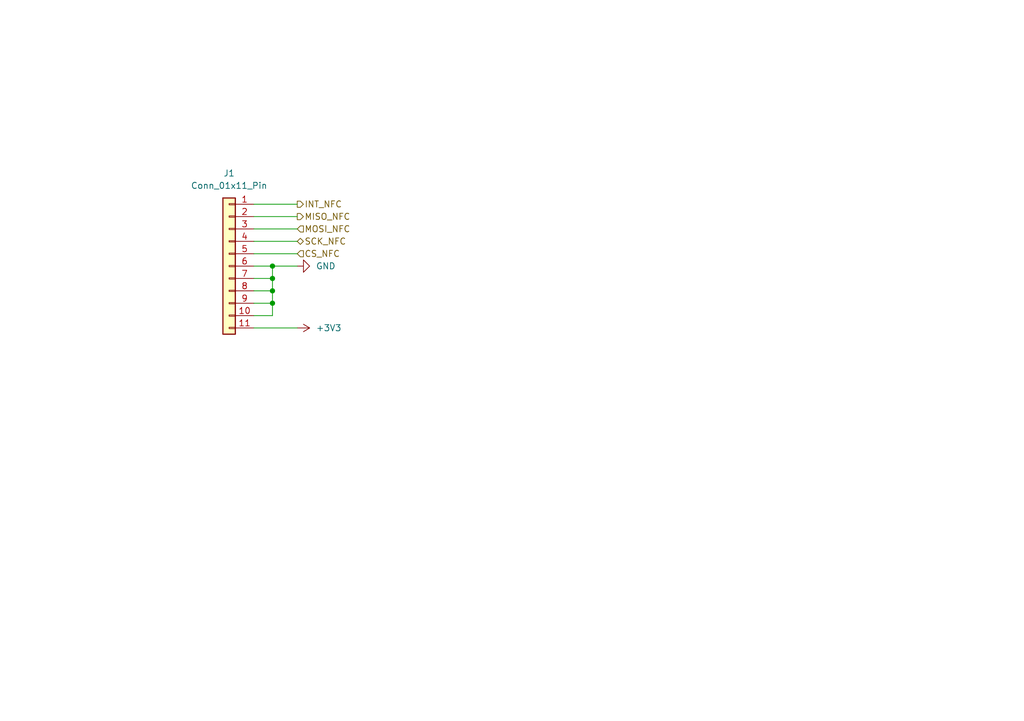
<source format=kicad_sch>
(kicad_sch
	(version 20231120)
	(generator "eeschema")
	(generator_version "8.0")
	(uuid "53873772-309f-4349-8e7b-c70e222bc44f")
	(paper "A5")
	(lib_symbols
		(symbol "Sang_GLOBAL:Conn_01x11_Pin"
			(pin_names
				(offset 1.016) hide)
			(exclude_from_sim no)
			(in_bom yes)
			(on_board yes)
			(property "Reference" "J"
				(at 0 15.24 0)
				(effects
					(font
						(size 1.27 1.27)
					)
				)
			)
			(property "Value" "Conn_01x11_Pin"
				(at 0 -15.24 0)
				(effects
					(font
						(size 1.27 1.27)
					)
				)
			)
			(property "Footprint" ""
				(at 0 0 0)
				(effects
					(font
						(size 1.27 1.27)
					)
					(hide yes)
				)
			)
			(property "Datasheet" "~"
				(at 0 0 0)
				(effects
					(font
						(size 1.27 1.27)
					)
					(hide yes)
				)
			)
			(property "Description" "Generic connector, single row, 01x11, script generated"
				(at 19.05 0 0)
				(effects
					(font
						(size 1.27 1.27)
					)
					(hide yes)
				)
			)
			(property "ki_locked" ""
				(at 0 0 0)
				(effects
					(font
						(size 1.27 1.27)
					)
				)
			)
			(property "ki_keywords" "connector"
				(at 0 0 0)
				(effects
					(font
						(size 1.27 1.27)
					)
					(hide yes)
				)
			)
			(property "ki_fp_filters" "Connector*:*_1x??_*"
				(at 0 0 0)
				(effects
					(font
						(size 1.27 1.27)
					)
					(hide yes)
				)
			)
			(symbol "Conn_01x11_Pin_1_1"
				(rectangle
					(start 3.81 -12.573)
					(end 5.08 -12.827)
					(stroke
						(width 0.1524)
						(type default)
					)
					(fill
						(type none)
					)
				)
				(rectangle
					(start 3.81 -10.033)
					(end 5.08 -10.287)
					(stroke
						(width 0.1524)
						(type default)
					)
					(fill
						(type none)
					)
				)
				(rectangle
					(start 3.81 -7.493)
					(end 5.08 -7.747)
					(stroke
						(width 0.1524)
						(type default)
					)
					(fill
						(type none)
					)
				)
				(rectangle
					(start 3.81 -4.953)
					(end 5.08 -5.207)
					(stroke
						(width 0.1524)
						(type default)
					)
					(fill
						(type none)
					)
				)
				(rectangle
					(start 3.81 -2.413)
					(end 5.08 -2.667)
					(stroke
						(width 0.1524)
						(type default)
					)
					(fill
						(type none)
					)
				)
				(rectangle
					(start 3.81 0.127)
					(end 5.08 -0.127)
					(stroke
						(width 0.1524)
						(type default)
					)
					(fill
						(type none)
					)
				)
				(rectangle
					(start 3.81 2.667)
					(end 5.08 2.413)
					(stroke
						(width 0.1524)
						(type default)
					)
					(fill
						(type none)
					)
				)
				(rectangle
					(start 3.81 5.207)
					(end 5.08 4.953)
					(stroke
						(width 0.1524)
						(type default)
					)
					(fill
						(type none)
					)
				)
				(rectangle
					(start 3.81 7.747)
					(end 5.08 7.493)
					(stroke
						(width 0.1524)
						(type default)
					)
					(fill
						(type none)
					)
				)
				(rectangle
					(start 3.81 10.287)
					(end 5.08 10.033)
					(stroke
						(width 0.1524)
						(type default)
					)
					(fill
						(type none)
					)
				)
				(rectangle
					(start 3.81 12.827)
					(end 5.08 12.573)
					(stroke
						(width 0.1524)
						(type default)
					)
					(fill
						(type none)
					)
				)
				(rectangle
					(start 3.81 13.97)
					(end 6.35 -13.97)
					(stroke
						(width 0.254)
						(type default)
					)
					(fill
						(type background)
					)
				)
				(pin passive line
					(at 0 12.7 0)
					(length 3.81)
					(name "Pin_1"
						(effects
							(font
								(size 1.27 1.27)
							)
						)
					)
					(number "1"
						(effects
							(font
								(size 1.27 1.27)
							)
						)
					)
				)
				(pin passive line
					(at 0 -10.16 0)
					(length 3.81)
					(name "Pin_10"
						(effects
							(font
								(size 1.27 1.27)
							)
						)
					)
					(number "10"
						(effects
							(font
								(size 1.27 1.27)
							)
						)
					)
				)
				(pin passive line
					(at 0 -12.7 0)
					(length 3.81)
					(name "Pin_11"
						(effects
							(font
								(size 1.27 1.27)
							)
						)
					)
					(number "11"
						(effects
							(font
								(size 1.27 1.27)
							)
						)
					)
				)
				(pin passive line
					(at 0 10.16 0)
					(length 3.81)
					(name "Pin_2"
						(effects
							(font
								(size 1.27 1.27)
							)
						)
					)
					(number "2"
						(effects
							(font
								(size 1.27 1.27)
							)
						)
					)
				)
				(pin passive line
					(at 0 7.62 0)
					(length 3.81)
					(name "Pin_3"
						(effects
							(font
								(size 1.27 1.27)
							)
						)
					)
					(number "3"
						(effects
							(font
								(size 1.27 1.27)
							)
						)
					)
				)
				(pin passive line
					(at 0 5.08 0)
					(length 3.81)
					(name "Pin_4"
						(effects
							(font
								(size 1.27 1.27)
							)
						)
					)
					(number "4"
						(effects
							(font
								(size 1.27 1.27)
							)
						)
					)
				)
				(pin passive line
					(at 0 2.54 0)
					(length 3.81)
					(name "Pin_5"
						(effects
							(font
								(size 1.27 1.27)
							)
						)
					)
					(number "5"
						(effects
							(font
								(size 1.27 1.27)
							)
						)
					)
				)
				(pin passive line
					(at 0 0 0)
					(length 3.81)
					(name "Pin_6"
						(effects
							(font
								(size 1.27 1.27)
							)
						)
					)
					(number "6"
						(effects
							(font
								(size 1.27 1.27)
							)
						)
					)
				)
				(pin passive line
					(at 0 -2.54 0)
					(length 3.81)
					(name "Pin_7"
						(effects
							(font
								(size 1.27 1.27)
							)
						)
					)
					(number "7"
						(effects
							(font
								(size 1.27 1.27)
							)
						)
					)
				)
				(pin passive line
					(at 0 -5.08 0)
					(length 3.81)
					(name "Pin_8"
						(effects
							(font
								(size 1.27 1.27)
							)
						)
					)
					(number "8"
						(effects
							(font
								(size 1.27 1.27)
							)
						)
					)
				)
				(pin passive line
					(at 0 -7.62 0)
					(length 3.81)
					(name "Pin_9"
						(effects
							(font
								(size 1.27 1.27)
							)
						)
					)
					(number "9"
						(effects
							(font
								(size 1.27 1.27)
							)
						)
					)
				)
			)
		)
		(symbol "power:+3V3"
			(power)
			(pin_names
				(offset 0)
			)
			(exclude_from_sim no)
			(in_bom yes)
			(on_board yes)
			(property "Reference" "#PWR"
				(at 0 -3.81 0)
				(effects
					(font
						(size 1.27 1.27)
					)
					(hide yes)
				)
			)
			(property "Value" "+3V3"
				(at 0 3.556 0)
				(effects
					(font
						(size 1.27 1.27)
					)
				)
			)
			(property "Footprint" ""
				(at 0 0 0)
				(effects
					(font
						(size 1.27 1.27)
					)
					(hide yes)
				)
			)
			(property "Datasheet" ""
				(at 0 0 0)
				(effects
					(font
						(size 1.27 1.27)
					)
					(hide yes)
				)
			)
			(property "Description" "Power symbol creates a global label with name \"+3V3\""
				(at 0 0 0)
				(effects
					(font
						(size 1.27 1.27)
					)
					(hide yes)
				)
			)
			(property "ki_keywords" "global power"
				(at 0 0 0)
				(effects
					(font
						(size 1.27 1.27)
					)
					(hide yes)
				)
			)
			(symbol "+3V3_0_1"
				(polyline
					(pts
						(xy -0.762 1.27) (xy 0 2.54)
					)
					(stroke
						(width 0)
						(type default)
					)
					(fill
						(type none)
					)
				)
				(polyline
					(pts
						(xy 0 0) (xy 0 2.54)
					)
					(stroke
						(width 0)
						(type default)
					)
					(fill
						(type none)
					)
				)
				(polyline
					(pts
						(xy 0 2.54) (xy 0.762 1.27)
					)
					(stroke
						(width 0)
						(type default)
					)
					(fill
						(type none)
					)
				)
			)
			(symbol "+3V3_1_1"
				(pin power_in line
					(at 0 0 90)
					(length 0) hide
					(name "+3V3"
						(effects
							(font
								(size 1.27 1.27)
							)
						)
					)
					(number "1"
						(effects
							(font
								(size 1.27 1.27)
							)
						)
					)
				)
			)
		)
		(symbol "power:GND"
			(power)
			(pin_names
				(offset 0)
			)
			(exclude_from_sim no)
			(in_bom yes)
			(on_board yes)
			(property "Reference" "#PWR"
				(at 0 -6.35 0)
				(effects
					(font
						(size 1.27 1.27)
					)
					(hide yes)
				)
			)
			(property "Value" "GND"
				(at 0 -3.81 0)
				(effects
					(font
						(size 1.27 1.27)
					)
				)
			)
			(property "Footprint" ""
				(at 0 0 0)
				(effects
					(font
						(size 1.27 1.27)
					)
					(hide yes)
				)
			)
			(property "Datasheet" ""
				(at 0 0 0)
				(effects
					(font
						(size 1.27 1.27)
					)
					(hide yes)
				)
			)
			(property "Description" "Power symbol creates a global label with name \"GND\" , ground"
				(at 0 0 0)
				(effects
					(font
						(size 1.27 1.27)
					)
					(hide yes)
				)
			)
			(property "ki_keywords" "global power"
				(at 0 0 0)
				(effects
					(font
						(size 1.27 1.27)
					)
					(hide yes)
				)
			)
			(symbol "GND_0_1"
				(polyline
					(pts
						(xy 0 0) (xy 0 -1.27) (xy 1.27 -1.27) (xy 0 -2.54) (xy -1.27 -1.27) (xy 0 -1.27)
					)
					(stroke
						(width 0)
						(type default)
					)
					(fill
						(type none)
					)
				)
			)
			(symbol "GND_1_1"
				(pin power_in line
					(at 0 0 270)
					(length 0) hide
					(name "GND"
						(effects
							(font
								(size 1.27 1.27)
							)
						)
					)
					(number "1"
						(effects
							(font
								(size 1.27 1.27)
							)
						)
					)
				)
			)
		)
	)
	(junction
		(at 55.88 62.23)
		(diameter 0)
		(color 0 0 0 0)
		(uuid "1618d75b-8ae0-4fb2-b93f-b82fc6c1e90a")
	)
	(junction
		(at 55.88 57.15)
		(diameter 0)
		(color 0 0 0 0)
		(uuid "5a50725d-ecd0-4a6b-be20-5d5c0085650e")
	)
	(junction
		(at 55.88 54.61)
		(diameter 0)
		(color 0 0 0 0)
		(uuid "6418e905-2128-41fc-bd33-e72a9356aa3d")
	)
	(junction
		(at 55.88 59.69)
		(diameter 0)
		(color 0 0 0 0)
		(uuid "6ce0d702-99ab-43fd-8482-e1c37c8687de")
	)
	(wire
		(pts
			(xy 55.88 57.15) (xy 55.88 54.61)
		)
		(stroke
			(width 0)
			(type default)
		)
		(uuid "61dcbd81-2996-4624-8183-4e4080d3c530")
	)
	(wire
		(pts
			(xy 52.07 57.15) (xy 55.88 57.15)
		)
		(stroke
			(width 0)
			(type default)
		)
		(uuid "626549c0-2cf2-4430-b432-ff96fb3753b2")
	)
	(wire
		(pts
			(xy 52.07 64.77) (xy 55.88 64.77)
		)
		(stroke
			(width 0)
			(type default)
		)
		(uuid "69a33db8-18d1-42b4-b039-f41c8392c1bf")
	)
	(wire
		(pts
			(xy 55.88 54.61) (xy 60.96 54.61)
		)
		(stroke
			(width 0)
			(type default)
		)
		(uuid "7a154305-6842-4299-b79e-297358a5fbef")
	)
	(wire
		(pts
			(xy 60.96 41.91) (xy 52.07 41.91)
		)
		(stroke
			(width 0)
			(type default)
		)
		(uuid "7e6de39a-f6ab-45ff-bc84-69cf33e777cb")
	)
	(wire
		(pts
			(xy 55.88 62.23) (xy 55.88 59.69)
		)
		(stroke
			(width 0)
			(type default)
		)
		(uuid "80ff43fc-940a-411c-9c73-e2e885504732")
	)
	(wire
		(pts
			(xy 60.96 49.53) (xy 52.07 49.53)
		)
		(stroke
			(width 0)
			(type default)
		)
		(uuid "8a00c4f0-368c-4b6f-96c6-2808748afa08")
	)
	(wire
		(pts
			(xy 55.88 59.69) (xy 55.88 57.15)
		)
		(stroke
			(width 0)
			(type default)
		)
		(uuid "a7e54976-c048-4b82-bab1-4d86d7b9df74")
	)
	(wire
		(pts
			(xy 52.07 54.61) (xy 55.88 54.61)
		)
		(stroke
			(width 0)
			(type default)
		)
		(uuid "b2a34968-ccfc-4298-a5b1-b8f5cf8ccc87")
	)
	(wire
		(pts
			(xy 52.07 67.31) (xy 60.96 67.31)
		)
		(stroke
			(width 0)
			(type default)
		)
		(uuid "b88094a7-0108-4406-95c8-96fdf704f34b")
	)
	(wire
		(pts
			(xy 55.88 64.77) (xy 55.88 62.23)
		)
		(stroke
			(width 0)
			(type default)
		)
		(uuid "bf422d20-ee74-44e9-84a0-d2ada2c71fdc")
	)
	(wire
		(pts
			(xy 52.07 59.69) (xy 55.88 59.69)
		)
		(stroke
			(width 0)
			(type default)
		)
		(uuid "ce8252e2-789c-4c90-a21a-060e2e3f3964")
	)
	(wire
		(pts
			(xy 60.96 44.45) (xy 52.07 44.45)
		)
		(stroke
			(width 0)
			(type default)
		)
		(uuid "e0dfc137-37a1-4eb1-b02d-2bf58751dfae")
	)
	(wire
		(pts
			(xy 60.96 52.07) (xy 52.07 52.07)
		)
		(stroke
			(width 0)
			(type default)
		)
		(uuid "e7d836b9-217d-4b39-b40d-ed4aeb381870")
	)
	(wire
		(pts
			(xy 52.07 62.23) (xy 55.88 62.23)
		)
		(stroke
			(width 0)
			(type default)
		)
		(uuid "f59ca9f1-6f59-417b-950e-2ec35a6cf333")
	)
	(wire
		(pts
			(xy 60.96 46.99) (xy 52.07 46.99)
		)
		(stroke
			(width 0)
			(type default)
		)
		(uuid "fb577633-aba3-497f-83a3-1e73dc5e9557")
	)
	(hierarchical_label "CS_NFC"
		(shape input)
		(at 60.96 52.07 0)
		(fields_autoplaced yes)
		(effects
			(font
				(size 1.27 1.27)
			)
			(justify left)
		)
		(uuid "6c094b7d-393f-476b-a6e2-6276ff8e2ce8")
	)
	(hierarchical_label "MISO_NFC"
		(shape output)
		(at 60.96 44.45 0)
		(fields_autoplaced yes)
		(effects
			(font
				(size 1.27 1.27)
			)
			(justify left)
		)
		(uuid "7e561253-c9e9-467e-a7b6-a0f24cbf561d")
	)
	(hierarchical_label "SCK_NFC"
		(shape bidirectional)
		(at 60.96 49.53 0)
		(fields_autoplaced yes)
		(effects
			(font
				(size 1.27 1.27)
			)
			(justify left)
		)
		(uuid "953ed778-8ff5-4c38-9ca0-79f7df538775")
	)
	(hierarchical_label "INT_NFC"
		(shape output)
		(at 60.96 41.91 0)
		(fields_autoplaced yes)
		(effects
			(font
				(size 1.27 1.27)
			)
			(justify left)
		)
		(uuid "ec147712-a60c-4b5d-8c98-eafc7519d228")
	)
	(hierarchical_label "MOSI_NFC"
		(shape input)
		(at 60.96 46.99 0)
		(fields_autoplaced yes)
		(effects
			(font
				(size 1.27 1.27)
			)
			(justify left)
		)
		(uuid "ecde66e4-2482-42b4-8fd0-c29caf6d8807")
	)
	(symbol
		(lib_id "power:+3V3")
		(at 60.96 67.31 270)
		(unit 1)
		(exclude_from_sim no)
		(in_bom yes)
		(on_board yes)
		(dnp no)
		(fields_autoplaced yes)
		(uuid "5c235bc6-7f28-4bb0-8da6-900629d39629")
		(property "Reference" "#PWR048"
			(at 57.15 67.31 0)
			(effects
				(font
					(size 1.27 1.27)
				)
				(hide yes)
			)
		)
		(property "Value" "+3V3"
			(at 64.77 67.3099 90)
			(effects
				(font
					(size 1.27 1.27)
				)
				(justify left)
			)
		)
		(property "Footprint" ""
			(at 60.96 67.31 0)
			(effects
				(font
					(size 1.27 1.27)
				)
				(hide yes)
			)
		)
		(property "Datasheet" ""
			(at 60.96 67.31 0)
			(effects
				(font
					(size 1.27 1.27)
				)
				(hide yes)
			)
		)
		(property "Description" ""
			(at 60.96 67.31 0)
			(effects
				(font
					(size 1.27 1.27)
				)
				(hide yes)
			)
		)
		(pin "1"
			(uuid "6cd15c06-3d2b-43c6-9767-69574c91e1e7")
		)
		(instances
			(project "Call-Point-Actuator"
				(path "/700768df-09f0-45cf-9b46-9332e9bddc11/5abf2ea0-4181-4ac1-be8d-799e198aa7c8"
					(reference "#PWR048")
					(unit 1)
				)
			)
		)
	)
	(symbol
		(lib_id "power:GND")
		(at 60.96 54.61 90)
		(unit 1)
		(exclude_from_sim no)
		(in_bom yes)
		(on_board yes)
		(dnp no)
		(fields_autoplaced yes)
		(uuid "68949b93-e341-49fc-87eb-a1ceee9a03e8")
		(property "Reference" "#PWR047"
			(at 67.31 54.61 0)
			(effects
				(font
					(size 1.27 1.27)
				)
				(hide yes)
			)
		)
		(property "Value" "GND"
			(at 64.77 54.6099 90)
			(effects
				(font
					(size 1.27 1.27)
				)
				(justify right)
			)
		)
		(property "Footprint" ""
			(at 60.96 54.61 0)
			(effects
				(font
					(size 1.27 1.27)
				)
				(hide yes)
			)
		)
		(property "Datasheet" ""
			(at 60.96 54.61 0)
			(effects
				(font
					(size 1.27 1.27)
				)
				(hide yes)
			)
		)
		(property "Description" ""
			(at 60.96 54.61 0)
			(effects
				(font
					(size 1.27 1.27)
				)
				(hide yes)
			)
		)
		(pin "1"
			(uuid "9770d2d6-d04b-4dd3-ba75-1e4a3deacf9b")
		)
		(instances
			(project "Call-Point-Actuator"
				(path "/700768df-09f0-45cf-9b46-9332e9bddc11/5abf2ea0-4181-4ac1-be8d-799e198aa7c8"
					(reference "#PWR047")
					(unit 1)
				)
			)
		)
	)
	(symbol
		(lib_id "Sang_GLOBAL:Conn_01x11_Pin")
		(at 52.07 54.61 0)
		(mirror y)
		(unit 1)
		(exclude_from_sim no)
		(in_bom yes)
		(on_board yes)
		(dnp no)
		(fields_autoplaced yes)
		(uuid "68c948ca-496e-4b3c-8785-0235bd99568a")
		(property "Reference" "J1"
			(at 46.99 35.56 0)
			(effects
				(font
					(size 1.27 1.27)
				)
			)
		)
		(property "Value" "Conn_01x11_Pin"
			(at 46.99 38.1 0)
			(effects
				(font
					(size 1.27 1.27)
				)
			)
		)
		(property "Footprint" "Connector_PinHeader_2.54mm:PinHeader_1x11_P2.54mm_Vertical"
			(at 52.07 54.61 0)
			(effects
				(font
					(size 1.27 1.27)
				)
				(hide yes)
			)
		)
		(property "Datasheet" "~"
			(at 52.07 54.61 0)
			(effects
				(font
					(size 1.27 1.27)
				)
				(hide yes)
			)
		)
		(property "Description" "Generic connector, single row, 01x11, script generated"
			(at 33.02 54.61 0)
			(effects
				(font
					(size 1.27 1.27)
				)
				(hide yes)
			)
		)
		(property "JLC" "C5116357"
			(at 52.07 54.61 0)
			(effects
				(font
					(size 1.27 1.27)
				)
				(hide yes)
			)
		)
		(pin "5"
			(uuid "9d760446-f89f-4875-83c8-a30cc52e0c0c")
		)
		(pin "9"
			(uuid "6a889b29-557d-45aa-bf02-3a60deb0dad4")
		)
		(pin "11"
			(uuid "c8fb10ab-2e84-4346-a6f9-940b076f088b")
		)
		(pin "2"
			(uuid "9383c80f-85f9-4900-9933-075b529563c1")
		)
		(pin "7"
			(uuid "d9567937-68c1-471c-8553-1ee08f1776ea")
		)
		(pin "3"
			(uuid "a5c6516b-1a00-4941-a8a8-f5e42d06a3c6")
		)
		(pin "4"
			(uuid "794ae30b-b080-4b50-bab2-a3245b8cabf2")
		)
		(pin "6"
			(uuid "12202466-fa61-479d-a907-0440f0948ae7")
		)
		(pin "8"
			(uuid "fbfbecd4-55fe-441b-b486-dc7ca6ce8ecc")
		)
		(pin "1"
			(uuid "952bd6e7-bb00-4738-b4dd-7bce3d95af3a")
		)
		(pin "10"
			(uuid "2ee32a39-704b-46f3-914b-d19ddd403c56")
		)
		(instances
			(project "Call-Point-Actuator"
				(path "/700768df-09f0-45cf-9b46-9332e9bddc11/5abf2ea0-4181-4ac1-be8d-799e198aa7c8"
					(reference "J1")
					(unit 1)
				)
			)
		)
	)
)

</source>
